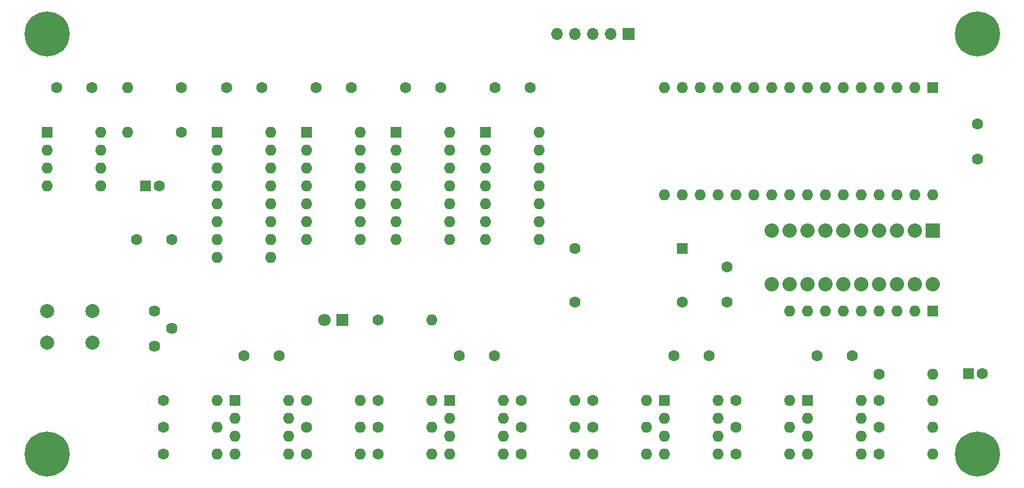
<source format=gbr>
G04 #@! TF.GenerationSoftware,KiCad,Pcbnew,(5.1.0-0)*
G04 #@! TF.CreationDate,2019-12-31T10:08:02-08:00*
G04 #@! TF.ProjectId,ExternalClock,45787465-726e-4616-9c43-6c6f636b2e6b,rev?*
G04 #@! TF.SameCoordinates,Original*
G04 #@! TF.FileFunction,Soldermask,Bot*
G04 #@! TF.FilePolarity,Negative*
%FSLAX46Y46*%
G04 Gerber Fmt 4.6, Leading zero omitted, Abs format (unit mm)*
G04 Created by KiCad (PCBNEW (5.1.0-0)) date 2019-12-31 10:08:02*
%MOMM*%
%LPD*%
G04 APERTURE LIST*
%ADD10C,6.400000*%
%ADD11O,1.600000X1.600000*%
%ADD12R,1.600000X1.600000*%
%ADD13C,2.032000*%
%ADD14R,2.032000X2.032000*%
%ADD15O,1.700000X1.700000*%
%ADD16R,1.700000X1.700000*%
%ADD17C,1.600000*%
%ADD18C,2.000000*%
%ADD19C,1.620000*%
%ADD20C,1.800000*%
%ADD21R,1.800000X1.800000*%
G04 APERTURE END LIST*
D10*
X264160000Y-341630000D03*
D11*
X379730000Y-334010000D03*
X372110000Y-341630000D03*
X379730000Y-336550000D03*
X372110000Y-339090000D03*
X379730000Y-339090000D03*
X372110000Y-336550000D03*
X379730000Y-341630000D03*
D12*
X372110000Y-334010000D03*
D11*
X369570000Y-321310000D03*
X372110000Y-321310000D03*
X374650000Y-321310000D03*
X377190000Y-321310000D03*
X379730000Y-321310000D03*
X382270000Y-321310000D03*
X384810000Y-321310000D03*
X387350000Y-321310000D03*
D12*
X389890000Y-321310000D03*
D13*
X389890000Y-317500000D03*
X387350000Y-317500000D03*
X384810000Y-317500000D03*
X382270000Y-317500000D03*
X369570000Y-309880000D03*
X367030000Y-309880000D03*
X367030000Y-317500000D03*
X369570000Y-317500000D03*
X372110000Y-309880000D03*
X374650000Y-309880000D03*
X377190000Y-309880000D03*
X379730000Y-309880000D03*
X379730000Y-317500000D03*
X377190000Y-317500000D03*
X374650000Y-317500000D03*
X372110000Y-317500000D03*
X382270000Y-309880000D03*
X384810000Y-309880000D03*
X387350000Y-309880000D03*
D14*
X389890000Y-309880000D03*
D15*
X336550000Y-281940000D03*
X339090000Y-281940000D03*
X341630000Y-281940000D03*
X344170000Y-281940000D03*
D16*
X346710000Y-281940000D03*
D11*
X389890000Y-330327000D03*
D17*
X382270000Y-330327000D03*
D10*
X396240000Y-341630000D03*
X396240000Y-281940000D03*
X264160000Y-281940000D03*
D17*
X339090000Y-312420000D03*
X339090000Y-320040000D03*
X354330000Y-320040000D03*
D12*
X354330000Y-312420000D03*
D11*
X275590000Y-295910000D03*
D17*
X283210000Y-295910000D03*
D11*
X275590000Y-289560000D03*
D17*
X283210000Y-289560000D03*
X281860000Y-311150000D03*
X276860000Y-311150000D03*
X280130000Y-303530000D03*
D12*
X278130000Y-303530000D03*
D11*
X308610000Y-295910000D03*
X300990000Y-311150000D03*
X308610000Y-298450000D03*
X300990000Y-308610000D03*
X308610000Y-300990000D03*
X300990000Y-306070000D03*
X308610000Y-303530000D03*
X300990000Y-303530000D03*
X308610000Y-306070000D03*
X300990000Y-300990000D03*
X308610000Y-308610000D03*
X300990000Y-298450000D03*
X308610000Y-311150000D03*
D12*
X300990000Y-295910000D03*
D11*
X321310000Y-295910000D03*
X313690000Y-311150000D03*
X321310000Y-298450000D03*
X313690000Y-308610000D03*
X321310000Y-300990000D03*
X313690000Y-306070000D03*
X321310000Y-303530000D03*
X313690000Y-303530000D03*
X321310000Y-306070000D03*
X313690000Y-300990000D03*
X321310000Y-308610000D03*
X313690000Y-298450000D03*
X321310000Y-311150000D03*
D12*
X313690000Y-295910000D03*
D11*
X295910000Y-295910000D03*
X288290000Y-313690000D03*
X295910000Y-298450000D03*
X288290000Y-311150000D03*
X295910000Y-300990000D03*
X288290000Y-308610000D03*
X295910000Y-303530000D03*
X288290000Y-306070000D03*
X295910000Y-306070000D03*
X288290000Y-303530000D03*
X295910000Y-308610000D03*
X288290000Y-300990000D03*
X295910000Y-311150000D03*
X288290000Y-298450000D03*
X295910000Y-313690000D03*
D12*
X288290000Y-295910000D03*
D11*
X334010000Y-295910000D03*
X326390000Y-311150000D03*
X334010000Y-298450000D03*
X326390000Y-308610000D03*
X334010000Y-300990000D03*
X326390000Y-306070000D03*
X334010000Y-303530000D03*
X326390000Y-303530000D03*
X334010000Y-306070000D03*
X326390000Y-300990000D03*
X334010000Y-308610000D03*
X326390000Y-298450000D03*
X334010000Y-311150000D03*
D12*
X326390000Y-295910000D03*
D11*
X271780000Y-295910000D03*
X264160000Y-303530000D03*
X271780000Y-298450000D03*
X264160000Y-300990000D03*
X271780000Y-300990000D03*
X264160000Y-298450000D03*
X271780000Y-303530000D03*
D12*
X264160000Y-295910000D03*
D11*
X359410000Y-334010000D03*
X351790000Y-341630000D03*
X359410000Y-336550000D03*
X351790000Y-339090000D03*
X359410000Y-339090000D03*
X351790000Y-336550000D03*
X359410000Y-341630000D03*
D12*
X351790000Y-334010000D03*
D11*
X389886200Y-304798200D03*
X351786200Y-289558200D03*
X387346200Y-304798200D03*
X354326200Y-289558200D03*
X384806200Y-304798200D03*
X356866200Y-289558200D03*
X382266200Y-304798200D03*
X359406200Y-289558200D03*
X379726200Y-304798200D03*
X361946200Y-289558200D03*
X377186200Y-304798200D03*
X364486200Y-289558200D03*
X374646200Y-304798200D03*
X367026200Y-289558200D03*
X372106200Y-304798200D03*
X369566200Y-289558200D03*
X369566200Y-304798200D03*
X372106200Y-289558200D03*
X367026200Y-304798200D03*
X374646200Y-289558200D03*
X364486200Y-304798200D03*
X377186200Y-289558200D03*
X361946200Y-304798200D03*
X379726200Y-289558200D03*
X359406200Y-304798200D03*
X382266200Y-289558200D03*
X356866200Y-304798200D03*
X384806200Y-289558200D03*
X354326200Y-304798200D03*
X387346200Y-289558200D03*
X351786200Y-304798200D03*
D12*
X389886200Y-289558200D03*
D11*
X328930000Y-334010000D03*
X321310000Y-341630000D03*
X328930000Y-336550000D03*
X321310000Y-339090000D03*
X328930000Y-339090000D03*
X321310000Y-336550000D03*
X328930000Y-341630000D03*
D12*
X321310000Y-334010000D03*
D11*
X298450000Y-334010000D03*
X290830000Y-341630000D03*
X298450000Y-336550000D03*
X290830000Y-339090000D03*
X298450000Y-339090000D03*
X290830000Y-336550000D03*
X298450000Y-341630000D03*
D12*
X290830000Y-334010000D03*
D18*
X270660000Y-321310000D03*
X270660000Y-325810000D03*
X264160000Y-321310000D03*
X264160000Y-325810000D03*
D19*
X279400000Y-321310000D03*
X281900000Y-323810000D03*
X279400000Y-326310000D03*
D11*
X318770000Y-322580000D03*
D17*
X311150000Y-322580000D03*
D11*
X389890000Y-341630000D03*
D17*
X382270000Y-341630000D03*
D11*
X389890000Y-337820000D03*
D17*
X382270000Y-337820000D03*
D11*
X389890000Y-334010000D03*
D17*
X382270000Y-334010000D03*
D11*
X369570000Y-341630000D03*
D17*
X361950000Y-341630000D03*
D11*
X369570000Y-337820000D03*
D17*
X361950000Y-337820000D03*
D11*
X369570000Y-334010000D03*
D17*
X361950000Y-334010000D03*
D11*
X349250000Y-341630000D03*
D17*
X341630000Y-341630000D03*
D11*
X349250000Y-337820000D03*
D17*
X341630000Y-337820000D03*
D11*
X349250000Y-334010000D03*
D17*
X341630000Y-334010000D03*
D11*
X339090000Y-341630000D03*
D17*
X331470000Y-341630000D03*
D11*
X339090000Y-337820000D03*
D17*
X331470000Y-337820000D03*
D11*
X339090000Y-334010000D03*
D17*
X331470000Y-334010000D03*
D11*
X318770000Y-341630000D03*
D17*
X311150000Y-341630000D03*
D11*
X318770000Y-337820000D03*
D17*
X311150000Y-337820000D03*
D11*
X318770000Y-334010000D03*
D17*
X311150000Y-334010000D03*
D11*
X308610000Y-341630000D03*
D17*
X300990000Y-341630000D03*
D11*
X308610000Y-337820000D03*
D17*
X300990000Y-337820000D03*
D11*
X308610000Y-334010000D03*
D17*
X300990000Y-334010000D03*
D11*
X288290000Y-341630000D03*
D17*
X280670000Y-341630000D03*
D11*
X288290000Y-337820000D03*
D17*
X280670000Y-337820000D03*
D11*
X288290000Y-334010000D03*
D17*
X280670000Y-334010000D03*
D20*
X303530000Y-322580000D03*
D21*
X306070000Y-322580000D03*
D17*
X265510000Y-289560000D03*
X270510000Y-289560000D03*
X360680000Y-315040000D03*
X360680000Y-320040000D03*
X302340000Y-289560000D03*
X307340000Y-289560000D03*
X315040000Y-289560000D03*
X320040000Y-289560000D03*
X289640000Y-289560000D03*
X294640000Y-289560000D03*
X327740000Y-289560000D03*
X332740000Y-289560000D03*
X373460000Y-327660000D03*
X378460000Y-327660000D03*
X353140000Y-327660000D03*
X358140000Y-327660000D03*
X396240000Y-294720000D03*
X396240000Y-299720000D03*
X322660000Y-327660000D03*
X327660000Y-327660000D03*
X292100000Y-327660000D03*
X297100000Y-327660000D03*
X396970000Y-330200000D03*
D12*
X394970000Y-330200000D03*
M02*

</source>
